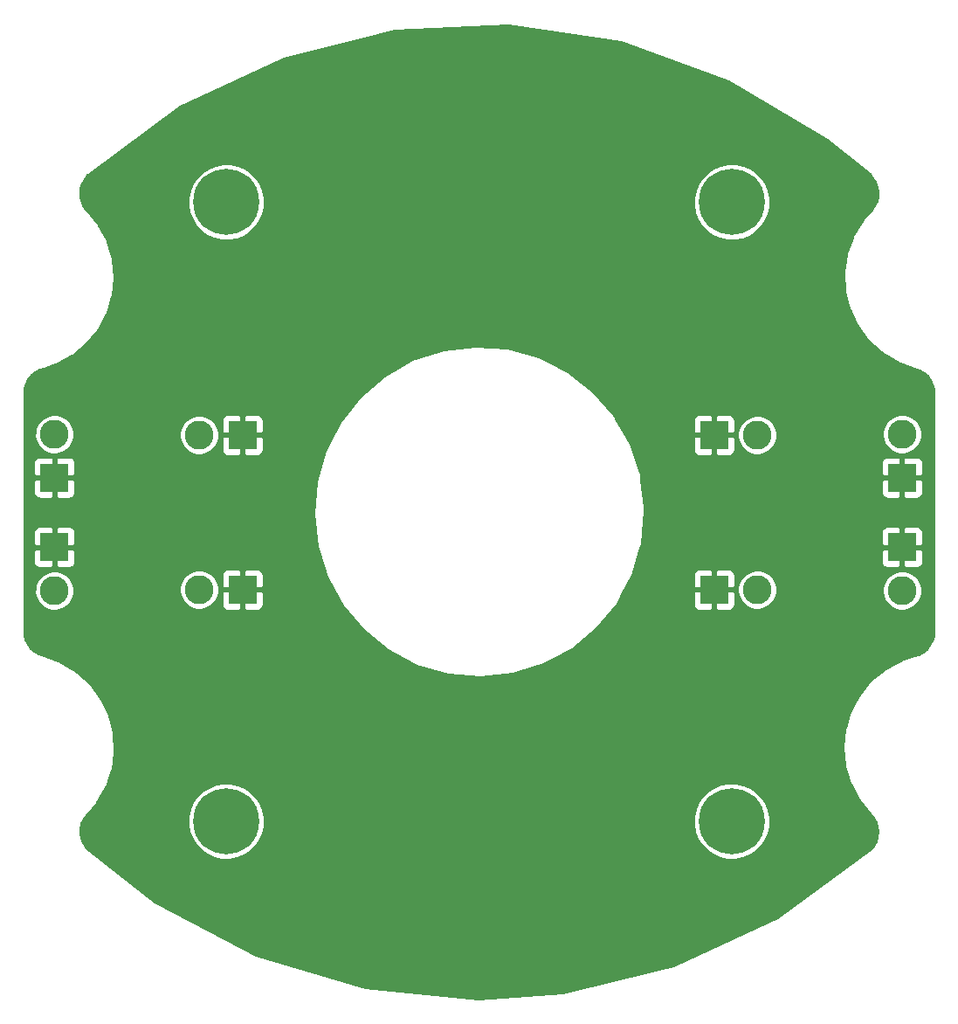
<source format=gbl>
G04 #@! TF.FileFunction,Copper,L4,Bot,Signal*
%FSLAX46Y46*%
G04 Gerber Fmt 4.6, Leading zero omitted, Abs format (unit mm)*
G04 Created by KiCad (PCBNEW 4.0.6) date Fri Jul 14 09:31:39 2017*
%MOMM*%
%LPD*%
G01*
G04 APERTURE LIST*
%ADD10C,0.100000*%
%ADD11C,6.400000*%
%ADD12R,2.800000X2.800000*%
%ADD13C,2.800000*%
%ADD14C,0.254000*%
G04 APERTURE END LIST*
D10*
D11*
X124001100Y-135003600D03*
X124001100Y-75003600D03*
X173001100Y-75003600D03*
X173001100Y-135003600D03*
D12*
X125569400Y-112574576D03*
D13*
X121369400Y-112574576D03*
D12*
X125569400Y-97588576D03*
D13*
X121369400Y-97588576D03*
D12*
X107340400Y-108454800D03*
D13*
X107340400Y-112654800D03*
D12*
X107340400Y-101710400D03*
D13*
X107340400Y-97510400D03*
D12*
X171289400Y-97588576D03*
D13*
X175489400Y-97588576D03*
D12*
X171289400Y-112574576D03*
D13*
X175489400Y-112574576D03*
D12*
X189518400Y-108454800D03*
D13*
X189518400Y-112654800D03*
D12*
X189518400Y-101710400D03*
D13*
X189518400Y-97510400D03*
D14*
G36*
X162307447Y-59540121D02*
X172725074Y-63269027D01*
X182232615Y-68957914D01*
X186357926Y-72322435D01*
X186686925Y-72681545D01*
X186932279Y-73085171D01*
X187094561Y-73528760D01*
X187167593Y-73995433D01*
X187148591Y-74467396D01*
X187038280Y-74926677D01*
X186840858Y-75355791D01*
X186551617Y-75755282D01*
X186470136Y-75842696D01*
X186464563Y-75849988D01*
X186457877Y-75856273D01*
X186452616Y-75862374D01*
X185656342Y-76798936D01*
X185630806Y-76835716D01*
X185603820Y-76871433D01*
X185599662Y-76878334D01*
X184743434Y-78321935D01*
X184721278Y-78369290D01*
X184698450Y-78416358D01*
X184695712Y-78423935D01*
X184136187Y-80006352D01*
X184123650Y-80057113D01*
X184110401Y-80107714D01*
X184109186Y-80115678D01*
X183867677Y-81776637D01*
X183865239Y-81828856D01*
X183862070Y-81881077D01*
X183862426Y-81889126D01*
X183948132Y-83565362D01*
X183955886Y-83617081D01*
X183962917Y-83668901D01*
X183964829Y-83676727D01*
X184374485Y-85304393D01*
X184392135Y-85353613D01*
X184409100Y-85403090D01*
X184412496Y-85410395D01*
X185130498Y-86927492D01*
X185157379Y-86972359D01*
X185183624Y-87017585D01*
X185188374Y-87024092D01*
X186187375Y-88372836D01*
X186222441Y-88411607D01*
X186256988Y-88450895D01*
X186262912Y-88456355D01*
X187504860Y-89585372D01*
X187546790Y-89616595D01*
X187588309Y-89648423D01*
X187595180Y-89652628D01*
X189032769Y-90518914D01*
X189079994Y-90541412D01*
X189126875Y-90564555D01*
X189134432Y-90567347D01*
X190712905Y-91137906D01*
X190712914Y-91137908D01*
X191210332Y-91317706D01*
X191614898Y-91561496D01*
X191964409Y-91879227D01*
X192245553Y-92258797D01*
X192447614Y-92685740D01*
X192564558Y-93150387D01*
X192592420Y-93524135D01*
X192592420Y-116572379D01*
X192543560Y-117070686D01*
X192407038Y-117522874D01*
X192185283Y-117939934D01*
X191886746Y-118305976D01*
X191522796Y-118607062D01*
X191101969Y-118834601D01*
X190712377Y-118964146D01*
X190712371Y-118964149D01*
X189473794Y-119374679D01*
X189431711Y-119393361D01*
X189388986Y-119410528D01*
X189381866Y-119414297D01*
X187903919Y-120209776D01*
X187860514Y-120238932D01*
X187816693Y-120267488D01*
X187810440Y-120272568D01*
X186515150Y-121339965D01*
X186478238Y-121376995D01*
X186440795Y-121413521D01*
X186435648Y-121419719D01*
X185372352Y-122718378D01*
X185343352Y-122761848D01*
X185313700Y-122804975D01*
X185309855Y-122812055D01*
X184519054Y-124292508D01*
X184499028Y-124340833D01*
X184478339Y-124388849D01*
X184475942Y-124396541D01*
X183987756Y-126002401D01*
X183977509Y-126053641D01*
X183966529Y-126104815D01*
X183965672Y-126112825D01*
X183798697Y-127782924D01*
X183798597Y-127835234D01*
X183797767Y-127887510D01*
X183798482Y-127895534D01*
X183959077Y-129566260D01*
X183969141Y-129617600D01*
X183978479Y-129669035D01*
X183980739Y-129676767D01*
X184462789Y-131284482D01*
X184482629Y-131332880D01*
X184501784Y-131381530D01*
X184505503Y-131388677D01*
X185290644Y-132872140D01*
X185319478Y-132915719D01*
X185347746Y-132959768D01*
X185352777Y-132966048D01*
X185352782Y-132966055D01*
X185352788Y-132966061D01*
X186411098Y-134268749D01*
X186411111Y-134268765D01*
X186744622Y-134679289D01*
X186965578Y-135096768D01*
X187101238Y-135549215D01*
X187146433Y-136019394D01*
X187099442Y-136489401D01*
X186962057Y-136941324D01*
X186739507Y-137357956D01*
X186427763Y-137738707D01*
X186351568Y-137810724D01*
X177393105Y-144338741D01*
X167355203Y-148994084D01*
X156596877Y-151612854D01*
X148508642Y-152174686D01*
X137485181Y-151119785D01*
X126885116Y-147946402D01*
X117096609Y-142771018D01*
X110671731Y-137827919D01*
X110346147Y-137475325D01*
X110099211Y-137072667D01*
X109935188Y-136629712D01*
X109860327Y-136163339D01*
X109877477Y-135691299D01*
X109965830Y-135316976D01*
X120269201Y-135316976D01*
X120401143Y-136035871D01*
X120670206Y-136715447D01*
X121066142Y-137329819D01*
X121573870Y-137855586D01*
X122174049Y-138272722D01*
X122843821Y-138565338D01*
X123557673Y-138722289D01*
X124288415Y-138737595D01*
X125008214Y-138610676D01*
X125689651Y-138346363D01*
X126306773Y-137954726D01*
X126836071Y-137450682D01*
X127257387Y-136853429D01*
X127554672Y-136185716D01*
X127716602Y-135472977D01*
X127718780Y-135316976D01*
X169269201Y-135316976D01*
X169401143Y-136035871D01*
X169670206Y-136715447D01*
X170066142Y-137329819D01*
X170573870Y-137855586D01*
X171174049Y-138272722D01*
X171843821Y-138565338D01*
X172557673Y-138722289D01*
X173288415Y-138737595D01*
X174008214Y-138610676D01*
X174689651Y-138346363D01*
X175306773Y-137954726D01*
X175836071Y-137450682D01*
X176257387Y-136853429D01*
X176554672Y-136185716D01*
X176716602Y-135472977D01*
X176728259Y-134638149D01*
X176586293Y-133921166D01*
X176307768Y-133245414D01*
X175903293Y-132636629D01*
X175388274Y-132118002D01*
X174782328Y-131709287D01*
X174108536Y-131426051D01*
X173392563Y-131279083D01*
X172661678Y-131273980D01*
X171943722Y-131410938D01*
X171266041Y-131684738D01*
X170654448Y-132084954D01*
X170132238Y-132596339D01*
X169719303Y-133199417D01*
X169431369Y-133871215D01*
X169279406Y-134586145D01*
X169269201Y-135316976D01*
X127718780Y-135316976D01*
X127728259Y-134638149D01*
X127586293Y-133921166D01*
X127307768Y-133245414D01*
X126903293Y-132636629D01*
X126388274Y-132118002D01*
X125782328Y-131709287D01*
X125108536Y-131426051D01*
X124392563Y-131279083D01*
X123661678Y-131273980D01*
X122943722Y-131410938D01*
X122266041Y-131684738D01*
X121654448Y-132084954D01*
X121132238Y-132596339D01*
X120719303Y-133199417D01*
X120431369Y-133871215D01*
X120279406Y-134586145D01*
X120269201Y-135316976D01*
X109965830Y-135316976D01*
X109985985Y-135231586D01*
X110181721Y-134801702D01*
X110468740Y-134401990D01*
X110565340Y-134298346D01*
X110571008Y-134290929D01*
X110577805Y-134284532D01*
X110583063Y-134278428D01*
X111428039Y-133283401D01*
X111454265Y-133245579D01*
X111481849Y-133208687D01*
X111485972Y-133201766D01*
X112334940Y-131753883D01*
X112356851Y-131706430D01*
X112379449Y-131659235D01*
X112382149Y-131651645D01*
X112933719Y-130066437D01*
X112946000Y-130015615D01*
X112958996Y-129964947D01*
X112960170Y-129956977D01*
X113193335Y-128294827D01*
X113195511Y-128242581D01*
X113198418Y-128190359D01*
X113198022Y-128182312D01*
X113103898Y-126506528D01*
X113095885Y-126454859D01*
X113088593Y-126403064D01*
X113086642Y-126395247D01*
X112668817Y-124769659D01*
X112650905Y-124720488D01*
X112633706Y-124671138D01*
X112630274Y-124663850D01*
X111904660Y-123150377D01*
X111877556Y-123105649D01*
X111851083Y-123060553D01*
X111846300Y-123054070D01*
X110840538Y-121710360D01*
X110805280Y-121671768D01*
X110770533Y-121632651D01*
X110764583Y-121627221D01*
X109516981Y-120504456D01*
X109474879Y-120473432D01*
X109433216Y-120441825D01*
X109426324Y-120437654D01*
X107984402Y-119578599D01*
X107937091Y-119556351D01*
X107890068Y-119533431D01*
X107882497Y-119530678D01*
X106301179Y-118968054D01*
X105802860Y-118790755D01*
X105397067Y-118548995D01*
X105045964Y-118233024D01*
X104762923Y-117854877D01*
X104558718Y-117428952D01*
X104439625Y-116965606D01*
X104409780Y-116578390D01*
X104409780Y-112816827D01*
X105410867Y-112816827D01*
X105479086Y-113188523D01*
X105618202Y-113539890D01*
X105822916Y-113857543D01*
X106085430Y-114129385D01*
X106395746Y-114345060D01*
X106742043Y-114496354D01*
X107111132Y-114577503D01*
X107488953Y-114585417D01*
X107861116Y-114519795D01*
X108213445Y-114383135D01*
X108532520Y-114180644D01*
X108806188Y-113920034D01*
X109024024Y-113611231D01*
X109177731Y-113265999D01*
X109261456Y-112897486D01*
X109263702Y-112736603D01*
X119439867Y-112736603D01*
X119508086Y-113108299D01*
X119647202Y-113459666D01*
X119851916Y-113777319D01*
X120114430Y-114049161D01*
X120424746Y-114264836D01*
X120771043Y-114416130D01*
X121140132Y-114497279D01*
X121517953Y-114505193D01*
X121890116Y-114439571D01*
X122242445Y-114302911D01*
X122561520Y-114100420D01*
X122835188Y-113839810D01*
X123053024Y-113531007D01*
X123206731Y-113185775D01*
X123280671Y-112860326D01*
X123534400Y-112860326D01*
X123534400Y-114037118D01*
X123558803Y-114159799D01*
X123606670Y-114275361D01*
X123676163Y-114379365D01*
X123764611Y-114467813D01*
X123868615Y-114537306D01*
X123984177Y-114585173D01*
X124106858Y-114609576D01*
X125283650Y-114609576D01*
X125442400Y-114450826D01*
X125442400Y-112701576D01*
X125696400Y-112701576D01*
X125696400Y-114450826D01*
X125855150Y-114609576D01*
X127031942Y-114609576D01*
X127154623Y-114585173D01*
X127270185Y-114537306D01*
X127374189Y-114467813D01*
X127462637Y-114379365D01*
X127532130Y-114275361D01*
X127579997Y-114159799D01*
X127604400Y-114037118D01*
X127604400Y-112860326D01*
X127445650Y-112701576D01*
X125696400Y-112701576D01*
X125442400Y-112701576D01*
X123693150Y-112701576D01*
X123534400Y-112860326D01*
X123280671Y-112860326D01*
X123290456Y-112817262D01*
X123296483Y-112385624D01*
X123223081Y-112014917D01*
X123079073Y-111665527D01*
X122869944Y-111350762D01*
X122632876Y-111112034D01*
X123534400Y-111112034D01*
X123534400Y-112288826D01*
X123693150Y-112447576D01*
X125442400Y-112447576D01*
X125442400Y-110698326D01*
X125696400Y-110698326D01*
X125696400Y-112447576D01*
X127445650Y-112447576D01*
X127604400Y-112288826D01*
X127604400Y-111112034D01*
X127579997Y-110989353D01*
X127532130Y-110873791D01*
X127462637Y-110769787D01*
X127374189Y-110681339D01*
X127270185Y-110611846D01*
X127154623Y-110563979D01*
X127031942Y-110539576D01*
X125855150Y-110539576D01*
X125696400Y-110698326D01*
X125442400Y-110698326D01*
X125283650Y-110539576D01*
X124106858Y-110539576D01*
X123984177Y-110563979D01*
X123868615Y-110611846D01*
X123764611Y-110681339D01*
X123676163Y-110769787D01*
X123606670Y-110873791D01*
X123558803Y-110989353D01*
X123534400Y-111112034D01*
X122632876Y-111112034D01*
X122603659Y-111082613D01*
X122290363Y-110871291D01*
X121941987Y-110724848D01*
X121571801Y-110648859D01*
X121193906Y-110646221D01*
X120822695Y-110717033D01*
X120472309Y-110858599D01*
X120156092Y-111065525D01*
X119886090Y-111329931D01*
X119672586Y-111641745D01*
X119523714Y-111989090D01*
X119445143Y-112358736D01*
X119439867Y-112736603D01*
X109263702Y-112736603D01*
X109267483Y-112465848D01*
X109194081Y-112095141D01*
X109050073Y-111745751D01*
X108840944Y-111430986D01*
X108574659Y-111162837D01*
X108261363Y-110951515D01*
X107912987Y-110805072D01*
X107542801Y-110729083D01*
X107164906Y-110726445D01*
X106793695Y-110797257D01*
X106443309Y-110938823D01*
X106127092Y-111145749D01*
X105857090Y-111410155D01*
X105643586Y-111721969D01*
X105494714Y-112069314D01*
X105416143Y-112438960D01*
X105410867Y-112816827D01*
X104409780Y-112816827D01*
X104409780Y-108740550D01*
X105305400Y-108740550D01*
X105305400Y-109917342D01*
X105329803Y-110040023D01*
X105377670Y-110155585D01*
X105447163Y-110259589D01*
X105535611Y-110348037D01*
X105639615Y-110417530D01*
X105755177Y-110465397D01*
X105877858Y-110489800D01*
X107054650Y-110489800D01*
X107213400Y-110331050D01*
X107213400Y-108581800D01*
X107467400Y-108581800D01*
X107467400Y-110331050D01*
X107626150Y-110489800D01*
X108802942Y-110489800D01*
X108925623Y-110465397D01*
X109041185Y-110417530D01*
X109145189Y-110348037D01*
X109233637Y-110259589D01*
X109303130Y-110155585D01*
X109350997Y-110040023D01*
X109375400Y-109917342D01*
X109375400Y-108740550D01*
X109216650Y-108581800D01*
X107467400Y-108581800D01*
X107213400Y-108581800D01*
X105464150Y-108581800D01*
X105305400Y-108740550D01*
X104409780Y-108740550D01*
X104409780Y-106992258D01*
X105305400Y-106992258D01*
X105305400Y-108169050D01*
X105464150Y-108327800D01*
X107213400Y-108327800D01*
X107213400Y-106578550D01*
X107467400Y-106578550D01*
X107467400Y-108327800D01*
X109216650Y-108327800D01*
X109375400Y-108169050D01*
X109375400Y-106992258D01*
X109350997Y-106869577D01*
X109303130Y-106754015D01*
X109233637Y-106650011D01*
X109145189Y-106561563D01*
X109041185Y-106492070D01*
X108925623Y-106444203D01*
X108802942Y-106419800D01*
X107626150Y-106419800D01*
X107467400Y-106578550D01*
X107213400Y-106578550D01*
X107054650Y-106419800D01*
X105877858Y-106419800D01*
X105755177Y-106444203D01*
X105639615Y-106492070D01*
X105535611Y-106561563D01*
X105447163Y-106650011D01*
X105377670Y-106754015D01*
X105329803Y-106869577D01*
X105305400Y-106992258D01*
X104409780Y-106992258D01*
X104409780Y-105228070D01*
X132425667Y-105228070D01*
X132775421Y-108346196D01*
X133724161Y-111337004D01*
X135235750Y-114086575D01*
X137252612Y-116490177D01*
X139697926Y-118456260D01*
X142478550Y-119909935D01*
X145488571Y-120795832D01*
X148613338Y-121080208D01*
X151733830Y-120752231D01*
X154731188Y-119824394D01*
X157491244Y-118332037D01*
X159908869Y-116332004D01*
X161891975Y-113900476D01*
X162445032Y-112860326D01*
X169254400Y-112860326D01*
X169254400Y-114037118D01*
X169278803Y-114159799D01*
X169326670Y-114275361D01*
X169396163Y-114379365D01*
X169484611Y-114467813D01*
X169588615Y-114537306D01*
X169704177Y-114585173D01*
X169826858Y-114609576D01*
X171003650Y-114609576D01*
X171162400Y-114450826D01*
X171162400Y-112701576D01*
X171416400Y-112701576D01*
X171416400Y-114450826D01*
X171575150Y-114609576D01*
X172751942Y-114609576D01*
X172874623Y-114585173D01*
X172990185Y-114537306D01*
X173094189Y-114467813D01*
X173182637Y-114379365D01*
X173252130Y-114275361D01*
X173299997Y-114159799D01*
X173324400Y-114037118D01*
X173324400Y-112860326D01*
X173200677Y-112736603D01*
X173559867Y-112736603D01*
X173628086Y-113108299D01*
X173767202Y-113459666D01*
X173971916Y-113777319D01*
X174234430Y-114049161D01*
X174544746Y-114264836D01*
X174891043Y-114416130D01*
X175260132Y-114497279D01*
X175637953Y-114505193D01*
X176010116Y-114439571D01*
X176362445Y-114302911D01*
X176681520Y-114100420D01*
X176955188Y-113839810D01*
X177173024Y-113531007D01*
X177326731Y-113185775D01*
X177410456Y-112817262D01*
X177410462Y-112816827D01*
X187588867Y-112816827D01*
X187657086Y-113188523D01*
X187796202Y-113539890D01*
X188000916Y-113857543D01*
X188263430Y-114129385D01*
X188573746Y-114345060D01*
X188920043Y-114496354D01*
X189289132Y-114577503D01*
X189666953Y-114585417D01*
X190039116Y-114519795D01*
X190391445Y-114383135D01*
X190710520Y-114180644D01*
X190984188Y-113920034D01*
X191202024Y-113611231D01*
X191355731Y-113265999D01*
X191439456Y-112897486D01*
X191445483Y-112465848D01*
X191372081Y-112095141D01*
X191228073Y-111745751D01*
X191018944Y-111430986D01*
X190752659Y-111162837D01*
X190439363Y-110951515D01*
X190090987Y-110805072D01*
X189720801Y-110729083D01*
X189342906Y-110726445D01*
X188971695Y-110797257D01*
X188621309Y-110938823D01*
X188305092Y-111145749D01*
X188035090Y-111410155D01*
X187821586Y-111721969D01*
X187672714Y-112069314D01*
X187594143Y-112438960D01*
X187588867Y-112816827D01*
X177410462Y-112816827D01*
X177416483Y-112385624D01*
X177343081Y-112014917D01*
X177199073Y-111665527D01*
X176989944Y-111350762D01*
X176723659Y-111082613D01*
X176410363Y-110871291D01*
X176061987Y-110724848D01*
X175691801Y-110648859D01*
X175313906Y-110646221D01*
X174942695Y-110717033D01*
X174592309Y-110858599D01*
X174276092Y-111065525D01*
X174006090Y-111329931D01*
X173792586Y-111641745D01*
X173643714Y-111989090D01*
X173565143Y-112358736D01*
X173559867Y-112736603D01*
X173200677Y-112736603D01*
X173165650Y-112701576D01*
X171416400Y-112701576D01*
X171162400Y-112701576D01*
X169413150Y-112701576D01*
X169254400Y-112860326D01*
X162445032Y-112860326D01*
X163365027Y-111130068D01*
X163370471Y-111112034D01*
X169254400Y-111112034D01*
X169254400Y-112288826D01*
X169413150Y-112447576D01*
X171162400Y-112447576D01*
X171162400Y-110698326D01*
X171416400Y-110698326D01*
X171416400Y-112447576D01*
X173165650Y-112447576D01*
X173324400Y-112288826D01*
X173324400Y-111112034D01*
X173299997Y-110989353D01*
X173252130Y-110873791D01*
X173182637Y-110769787D01*
X173094189Y-110681339D01*
X172990185Y-110611846D01*
X172874623Y-110563979D01*
X172751942Y-110539576D01*
X171575150Y-110539576D01*
X171416400Y-110698326D01*
X171162400Y-110698326D01*
X171003650Y-110539576D01*
X169826858Y-110539576D01*
X169704177Y-110563979D01*
X169588615Y-110611846D01*
X169484611Y-110681339D01*
X169396163Y-110769787D01*
X169326670Y-110873791D01*
X169278803Y-110989353D01*
X169254400Y-111112034D01*
X163370471Y-111112034D01*
X164086464Y-108740550D01*
X187483400Y-108740550D01*
X187483400Y-109917342D01*
X187507803Y-110040023D01*
X187555670Y-110155585D01*
X187625163Y-110259589D01*
X187713611Y-110348037D01*
X187817615Y-110417530D01*
X187933177Y-110465397D01*
X188055858Y-110489800D01*
X189232650Y-110489800D01*
X189391400Y-110331050D01*
X189391400Y-108581800D01*
X189645400Y-108581800D01*
X189645400Y-110331050D01*
X189804150Y-110489800D01*
X190980942Y-110489800D01*
X191103623Y-110465397D01*
X191219185Y-110417530D01*
X191323189Y-110348037D01*
X191411637Y-110259589D01*
X191481130Y-110155585D01*
X191528997Y-110040023D01*
X191553400Y-109917342D01*
X191553400Y-108740550D01*
X191394650Y-108581800D01*
X189645400Y-108581800D01*
X189391400Y-108581800D01*
X187642150Y-108581800D01*
X187483400Y-108740550D01*
X164086464Y-108740550D01*
X164271916Y-108126306D01*
X164383110Y-106992258D01*
X187483400Y-106992258D01*
X187483400Y-108169050D01*
X187642150Y-108327800D01*
X189391400Y-108327800D01*
X189391400Y-106578550D01*
X189645400Y-106578550D01*
X189645400Y-108327800D01*
X191394650Y-108327800D01*
X191553400Y-108169050D01*
X191553400Y-106992258D01*
X191528997Y-106869577D01*
X191481130Y-106754015D01*
X191411637Y-106650011D01*
X191323189Y-106561563D01*
X191219185Y-106492070D01*
X191103623Y-106444203D01*
X190980942Y-106419800D01*
X189804150Y-106419800D01*
X189645400Y-106578550D01*
X189391400Y-106578550D01*
X189232650Y-106419800D01*
X188055858Y-106419800D01*
X187933177Y-106444203D01*
X187817615Y-106492070D01*
X187713611Y-106561563D01*
X187625163Y-106650011D01*
X187555670Y-106754015D01*
X187507803Y-106869577D01*
X187483400Y-106992258D01*
X164383110Y-106992258D01*
X164578100Y-105003600D01*
X164571832Y-104554704D01*
X164248612Y-101996150D01*
X187483400Y-101996150D01*
X187483400Y-103172942D01*
X187507803Y-103295623D01*
X187555670Y-103411185D01*
X187625163Y-103515189D01*
X187713611Y-103603637D01*
X187817615Y-103673130D01*
X187933177Y-103720997D01*
X188055858Y-103745400D01*
X189232650Y-103745400D01*
X189391400Y-103586650D01*
X189391400Y-101837400D01*
X189645400Y-101837400D01*
X189645400Y-103586650D01*
X189804150Y-103745400D01*
X190980942Y-103745400D01*
X191103623Y-103720997D01*
X191219185Y-103673130D01*
X191323189Y-103603637D01*
X191411637Y-103515189D01*
X191481130Y-103411185D01*
X191528997Y-103295623D01*
X191553400Y-103172942D01*
X191553400Y-101996150D01*
X191394650Y-101837400D01*
X189645400Y-101837400D01*
X189391400Y-101837400D01*
X187642150Y-101837400D01*
X187483400Y-101996150D01*
X164248612Y-101996150D01*
X164178576Y-101441765D01*
X163781416Y-100247858D01*
X187483400Y-100247858D01*
X187483400Y-101424650D01*
X187642150Y-101583400D01*
X189391400Y-101583400D01*
X189391400Y-99834150D01*
X189645400Y-99834150D01*
X189645400Y-101583400D01*
X191394650Y-101583400D01*
X191553400Y-101424650D01*
X191553400Y-100247858D01*
X191528997Y-100125177D01*
X191481130Y-100009615D01*
X191411637Y-99905611D01*
X191323189Y-99817163D01*
X191219185Y-99747670D01*
X191103623Y-99699803D01*
X190980942Y-99675400D01*
X189804150Y-99675400D01*
X189645400Y-99834150D01*
X189391400Y-99834150D01*
X189232650Y-99675400D01*
X188055858Y-99675400D01*
X187933177Y-99699803D01*
X187817615Y-99747670D01*
X187713611Y-99817163D01*
X187625163Y-99905611D01*
X187555670Y-100009615D01*
X187507803Y-100125177D01*
X187483400Y-100247858D01*
X163781416Y-100247858D01*
X163188170Y-98464495D01*
X162852908Y-97874326D01*
X169254400Y-97874326D01*
X169254400Y-99051118D01*
X169278803Y-99173799D01*
X169326670Y-99289361D01*
X169396163Y-99393365D01*
X169484611Y-99481813D01*
X169588615Y-99551306D01*
X169704177Y-99599173D01*
X169826858Y-99623576D01*
X171003650Y-99623576D01*
X171162400Y-99464826D01*
X171162400Y-97715576D01*
X171416400Y-97715576D01*
X171416400Y-99464826D01*
X171575150Y-99623576D01*
X172751942Y-99623576D01*
X172874623Y-99599173D01*
X172990185Y-99551306D01*
X173094189Y-99481813D01*
X173182637Y-99393365D01*
X173252130Y-99289361D01*
X173299997Y-99173799D01*
X173324400Y-99051118D01*
X173324400Y-97874326D01*
X173200677Y-97750603D01*
X173559867Y-97750603D01*
X173628086Y-98122299D01*
X173767202Y-98473666D01*
X173971916Y-98791319D01*
X174234430Y-99063161D01*
X174544746Y-99278836D01*
X174891043Y-99430130D01*
X175260132Y-99511279D01*
X175637953Y-99519193D01*
X176010116Y-99453571D01*
X176362445Y-99316911D01*
X176681520Y-99114420D01*
X176955188Y-98853810D01*
X177173024Y-98545007D01*
X177326731Y-98199775D01*
X177410456Y-97831262D01*
X177412673Y-97672427D01*
X187588867Y-97672427D01*
X187657086Y-98044123D01*
X187796202Y-98395490D01*
X188000916Y-98713143D01*
X188263430Y-98984985D01*
X188573746Y-99200660D01*
X188920043Y-99351954D01*
X189289132Y-99433103D01*
X189666953Y-99441017D01*
X190039116Y-99375395D01*
X190391445Y-99238735D01*
X190710520Y-99036244D01*
X190984188Y-98775634D01*
X191202024Y-98466831D01*
X191355731Y-98121599D01*
X191439456Y-97753086D01*
X191445483Y-97321448D01*
X191372081Y-96950741D01*
X191228073Y-96601351D01*
X191018944Y-96286586D01*
X190752659Y-96018437D01*
X190439363Y-95807115D01*
X190090987Y-95660672D01*
X189720801Y-95584683D01*
X189342906Y-95582045D01*
X188971695Y-95652857D01*
X188621309Y-95794423D01*
X188305092Y-96001349D01*
X188035090Y-96265755D01*
X187821586Y-96577569D01*
X187672714Y-96924914D01*
X187594143Y-97294560D01*
X187588867Y-97672427D01*
X177412673Y-97672427D01*
X177416483Y-97399624D01*
X177343081Y-97028917D01*
X177199073Y-96679527D01*
X176989944Y-96364762D01*
X176723659Y-96096613D01*
X176410363Y-95885291D01*
X176061987Y-95738848D01*
X175691801Y-95662859D01*
X175313906Y-95660221D01*
X174942695Y-95731033D01*
X174592309Y-95872599D01*
X174276092Y-96079525D01*
X174006090Y-96343931D01*
X173792586Y-96655745D01*
X173643714Y-97003090D01*
X173565143Y-97372736D01*
X173559867Y-97750603D01*
X173200677Y-97750603D01*
X173165650Y-97715576D01*
X171416400Y-97715576D01*
X171162400Y-97715576D01*
X169413150Y-97715576D01*
X169254400Y-97874326D01*
X162852908Y-97874326D01*
X161859740Y-96126034D01*
X169254400Y-96126034D01*
X169254400Y-97302826D01*
X169413150Y-97461576D01*
X171162400Y-97461576D01*
X171162400Y-95712326D01*
X171416400Y-95712326D01*
X171416400Y-97461576D01*
X173165650Y-97461576D01*
X173324400Y-97302826D01*
X173324400Y-96126034D01*
X173299997Y-96003353D01*
X173252130Y-95887791D01*
X173182637Y-95783787D01*
X173094189Y-95695339D01*
X172990185Y-95625846D01*
X172874623Y-95577979D01*
X172751942Y-95553576D01*
X171575150Y-95553576D01*
X171416400Y-95712326D01*
X171162400Y-95712326D01*
X171003650Y-95553576D01*
X169826858Y-95553576D01*
X169704177Y-95577979D01*
X169588615Y-95625846D01*
X169484611Y-95695339D01*
X169396163Y-95783787D01*
X169326670Y-95887791D01*
X169278803Y-96003353D01*
X169254400Y-96126034D01*
X161859740Y-96126034D01*
X161638339Y-95736298D01*
X159588113Y-93361089D01*
X157115587Y-91429340D01*
X154314938Y-90014630D01*
X151292842Y-89170846D01*
X148164409Y-88930126D01*
X145048800Y-89301640D01*
X142064689Y-90271236D01*
X139325738Y-91801984D01*
X136936274Y-93835577D01*
X134987311Y-96294557D01*
X133553083Y-99085262D01*
X132688221Y-102101394D01*
X132425667Y-105228070D01*
X104409780Y-105228070D01*
X104409780Y-101996150D01*
X105305400Y-101996150D01*
X105305400Y-103172942D01*
X105329803Y-103295623D01*
X105377670Y-103411185D01*
X105447163Y-103515189D01*
X105535611Y-103603637D01*
X105639615Y-103673130D01*
X105755177Y-103720997D01*
X105877858Y-103745400D01*
X107054650Y-103745400D01*
X107213400Y-103586650D01*
X107213400Y-101837400D01*
X107467400Y-101837400D01*
X107467400Y-103586650D01*
X107626150Y-103745400D01*
X108802942Y-103745400D01*
X108925623Y-103720997D01*
X109041185Y-103673130D01*
X109145189Y-103603637D01*
X109233637Y-103515189D01*
X109303130Y-103411185D01*
X109350997Y-103295623D01*
X109375400Y-103172942D01*
X109375400Y-101996150D01*
X109216650Y-101837400D01*
X107467400Y-101837400D01*
X107213400Y-101837400D01*
X105464150Y-101837400D01*
X105305400Y-101996150D01*
X104409780Y-101996150D01*
X104409780Y-100247858D01*
X105305400Y-100247858D01*
X105305400Y-101424650D01*
X105464150Y-101583400D01*
X107213400Y-101583400D01*
X107213400Y-99834150D01*
X107467400Y-99834150D01*
X107467400Y-101583400D01*
X109216650Y-101583400D01*
X109375400Y-101424650D01*
X109375400Y-100247858D01*
X109350997Y-100125177D01*
X109303130Y-100009615D01*
X109233637Y-99905611D01*
X109145189Y-99817163D01*
X109041185Y-99747670D01*
X108925623Y-99699803D01*
X108802942Y-99675400D01*
X107626150Y-99675400D01*
X107467400Y-99834150D01*
X107213400Y-99834150D01*
X107054650Y-99675400D01*
X105877858Y-99675400D01*
X105755177Y-99699803D01*
X105639615Y-99747670D01*
X105535611Y-99817163D01*
X105447163Y-99905611D01*
X105377670Y-100009615D01*
X105329803Y-100125177D01*
X105305400Y-100247858D01*
X104409780Y-100247858D01*
X104409780Y-97672427D01*
X105410867Y-97672427D01*
X105479086Y-98044123D01*
X105618202Y-98395490D01*
X105822916Y-98713143D01*
X106085430Y-98984985D01*
X106395746Y-99200660D01*
X106742043Y-99351954D01*
X107111132Y-99433103D01*
X107488953Y-99441017D01*
X107861116Y-99375395D01*
X108213445Y-99238735D01*
X108532520Y-99036244D01*
X108806188Y-98775634D01*
X109024024Y-98466831D01*
X109177731Y-98121599D01*
X109261456Y-97753086D01*
X109261490Y-97750603D01*
X119439867Y-97750603D01*
X119508086Y-98122299D01*
X119647202Y-98473666D01*
X119851916Y-98791319D01*
X120114430Y-99063161D01*
X120424746Y-99278836D01*
X120771043Y-99430130D01*
X121140132Y-99511279D01*
X121517953Y-99519193D01*
X121890116Y-99453571D01*
X122242445Y-99316911D01*
X122561520Y-99114420D01*
X122835188Y-98853810D01*
X123053024Y-98545007D01*
X123206731Y-98199775D01*
X123280671Y-97874326D01*
X123534400Y-97874326D01*
X123534400Y-99051118D01*
X123558803Y-99173799D01*
X123606670Y-99289361D01*
X123676163Y-99393365D01*
X123764611Y-99481813D01*
X123868615Y-99551306D01*
X123984177Y-99599173D01*
X124106858Y-99623576D01*
X125283650Y-99623576D01*
X125442400Y-99464826D01*
X125442400Y-97715576D01*
X125696400Y-97715576D01*
X125696400Y-99464826D01*
X125855150Y-99623576D01*
X127031942Y-99623576D01*
X127154623Y-99599173D01*
X127270185Y-99551306D01*
X127374189Y-99481813D01*
X127462637Y-99393365D01*
X127532130Y-99289361D01*
X127579997Y-99173799D01*
X127604400Y-99051118D01*
X127604400Y-97874326D01*
X127445650Y-97715576D01*
X125696400Y-97715576D01*
X125442400Y-97715576D01*
X123693150Y-97715576D01*
X123534400Y-97874326D01*
X123280671Y-97874326D01*
X123290456Y-97831262D01*
X123296483Y-97399624D01*
X123223081Y-97028917D01*
X123079073Y-96679527D01*
X122869944Y-96364762D01*
X122632876Y-96126034D01*
X123534400Y-96126034D01*
X123534400Y-97302826D01*
X123693150Y-97461576D01*
X125442400Y-97461576D01*
X125442400Y-95712326D01*
X125696400Y-95712326D01*
X125696400Y-97461576D01*
X127445650Y-97461576D01*
X127604400Y-97302826D01*
X127604400Y-96126034D01*
X127579997Y-96003353D01*
X127532130Y-95887791D01*
X127462637Y-95783787D01*
X127374189Y-95695339D01*
X127270185Y-95625846D01*
X127154623Y-95577979D01*
X127031942Y-95553576D01*
X125855150Y-95553576D01*
X125696400Y-95712326D01*
X125442400Y-95712326D01*
X125283650Y-95553576D01*
X124106858Y-95553576D01*
X123984177Y-95577979D01*
X123868615Y-95625846D01*
X123764611Y-95695339D01*
X123676163Y-95783787D01*
X123606670Y-95887791D01*
X123558803Y-96003353D01*
X123534400Y-96126034D01*
X122632876Y-96126034D01*
X122603659Y-96096613D01*
X122290363Y-95885291D01*
X121941987Y-95738848D01*
X121571801Y-95662859D01*
X121193906Y-95660221D01*
X120822695Y-95731033D01*
X120472309Y-95872599D01*
X120156092Y-96079525D01*
X119886090Y-96343931D01*
X119672586Y-96655745D01*
X119523714Y-97003090D01*
X119445143Y-97372736D01*
X119439867Y-97750603D01*
X109261490Y-97750603D01*
X109267483Y-97321448D01*
X109194081Y-96950741D01*
X109050073Y-96601351D01*
X108840944Y-96286586D01*
X108574659Y-96018437D01*
X108261363Y-95807115D01*
X107912987Y-95660672D01*
X107542801Y-95584683D01*
X107164906Y-95582045D01*
X106793695Y-95652857D01*
X106443309Y-95794423D01*
X106127092Y-96001349D01*
X105857090Y-96265755D01*
X105643586Y-96577569D01*
X105494714Y-96924914D01*
X105416143Y-97294560D01*
X105410867Y-97672427D01*
X104409780Y-97672427D01*
X104409780Y-93530890D01*
X104458640Y-93032569D01*
X104595163Y-92580385D01*
X104816916Y-92163329D01*
X105115454Y-91797285D01*
X105479404Y-91496198D01*
X105900872Y-91268312D01*
X106275875Y-91142571D01*
X107441663Y-90755409D01*
X107482558Y-90737226D01*
X107524179Y-90720688D01*
X107531314Y-90716946D01*
X109012312Y-89927162D01*
X109055827Y-89898174D01*
X109099759Y-89869786D01*
X109106031Y-89864730D01*
X110405420Y-88802326D01*
X110442451Y-88765462D01*
X110480058Y-88729057D01*
X110485228Y-88722879D01*
X111553516Y-87428323D01*
X111582709Y-87384928D01*
X111612500Y-87341952D01*
X111616372Y-87334888D01*
X112412867Y-85857488D01*
X112433064Y-85809276D01*
X112453952Y-85761305D01*
X112456379Y-85753623D01*
X112950743Y-84149653D01*
X112961195Y-84098417D01*
X112972363Y-84047323D01*
X112973251Y-84039316D01*
X113146654Y-82369871D01*
X113146955Y-82317588D01*
X113147987Y-82265289D01*
X113147303Y-82257262D01*
X112993140Y-80585931D01*
X112983279Y-80534578D01*
X112974134Y-80483082D01*
X112971904Y-80475341D01*
X112496047Y-78865784D01*
X112476411Y-78817355D01*
X112457426Y-78768585D01*
X112453734Y-78761424D01*
X111674308Y-77274949D01*
X111645612Y-77231214D01*
X111617544Y-77187104D01*
X111612532Y-77180796D01*
X110559226Y-75874021D01*
X110559220Y-75874015D01*
X110227297Y-75462218D01*
X110151141Y-75316976D01*
X120269201Y-75316976D01*
X120401143Y-76035871D01*
X120670206Y-76715447D01*
X121066142Y-77329819D01*
X121573870Y-77855586D01*
X122174049Y-78272722D01*
X122843821Y-78565338D01*
X123557673Y-78722289D01*
X124288415Y-78737595D01*
X125008214Y-78610676D01*
X125689651Y-78346363D01*
X126306773Y-77954726D01*
X126836071Y-77450682D01*
X127257387Y-76853429D01*
X127554672Y-76185716D01*
X127716602Y-75472977D01*
X127718780Y-75316976D01*
X169269201Y-75316976D01*
X169401143Y-76035871D01*
X169670206Y-76715447D01*
X170066142Y-77329819D01*
X170573870Y-77855586D01*
X171174049Y-78272722D01*
X171843821Y-78565338D01*
X172557673Y-78722289D01*
X173288415Y-78737595D01*
X174008214Y-78610676D01*
X174689651Y-78346363D01*
X175306773Y-77954726D01*
X175836071Y-77450682D01*
X176257387Y-76853429D01*
X176554672Y-76185716D01*
X176716602Y-75472977D01*
X176728259Y-74638149D01*
X176586293Y-73921166D01*
X176307768Y-73245414D01*
X175903293Y-72636629D01*
X175388274Y-72118002D01*
X174782328Y-71709287D01*
X174108536Y-71426051D01*
X173392563Y-71279083D01*
X172661678Y-71273980D01*
X171943722Y-71410938D01*
X171266041Y-71684738D01*
X170654448Y-72084954D01*
X170132238Y-72596339D01*
X169719303Y-73199417D01*
X169431369Y-73871215D01*
X169279406Y-74586145D01*
X169269201Y-75316976D01*
X127718780Y-75316976D01*
X127728259Y-74638149D01*
X127586293Y-73921166D01*
X127307768Y-73245414D01*
X126903293Y-72636629D01*
X126388274Y-72118002D01*
X125782328Y-71709287D01*
X125108536Y-71426051D01*
X124392563Y-71279083D01*
X123661678Y-71273980D01*
X122943722Y-71410938D01*
X122266041Y-71684738D01*
X121654448Y-72084954D01*
X121132238Y-72596339D01*
X120719303Y-73199417D01*
X120431369Y-73871215D01*
X120279406Y-74586145D01*
X120269201Y-75316976D01*
X110151141Y-75316976D01*
X110007950Y-75043891D01*
X109874033Y-74590924D01*
X109830647Y-74120572D01*
X109879446Y-73650759D01*
X110018573Y-73199360D01*
X110242724Y-72783588D01*
X110556643Y-72403180D01*
X110617538Y-72345617D01*
X119551221Y-65781835D01*
X129570782Y-61087140D01*
X140311386Y-58427998D01*
X151363943Y-57905693D01*
X162307447Y-59540121D01*
X162307447Y-59540121D01*
G37*
X162307447Y-59540121D02*
X172725074Y-63269027D01*
X182232615Y-68957914D01*
X186357926Y-72322435D01*
X186686925Y-72681545D01*
X186932279Y-73085171D01*
X187094561Y-73528760D01*
X187167593Y-73995433D01*
X187148591Y-74467396D01*
X187038280Y-74926677D01*
X186840858Y-75355791D01*
X186551617Y-75755282D01*
X186470136Y-75842696D01*
X186464563Y-75849988D01*
X186457877Y-75856273D01*
X186452616Y-75862374D01*
X185656342Y-76798936D01*
X185630806Y-76835716D01*
X185603820Y-76871433D01*
X185599662Y-76878334D01*
X184743434Y-78321935D01*
X184721278Y-78369290D01*
X184698450Y-78416358D01*
X184695712Y-78423935D01*
X184136187Y-80006352D01*
X184123650Y-80057113D01*
X184110401Y-80107714D01*
X184109186Y-80115678D01*
X183867677Y-81776637D01*
X183865239Y-81828856D01*
X183862070Y-81881077D01*
X183862426Y-81889126D01*
X183948132Y-83565362D01*
X183955886Y-83617081D01*
X183962917Y-83668901D01*
X183964829Y-83676727D01*
X184374485Y-85304393D01*
X184392135Y-85353613D01*
X184409100Y-85403090D01*
X184412496Y-85410395D01*
X185130498Y-86927492D01*
X185157379Y-86972359D01*
X185183624Y-87017585D01*
X185188374Y-87024092D01*
X186187375Y-88372836D01*
X186222441Y-88411607D01*
X186256988Y-88450895D01*
X186262912Y-88456355D01*
X187504860Y-89585372D01*
X187546790Y-89616595D01*
X187588309Y-89648423D01*
X187595180Y-89652628D01*
X189032769Y-90518914D01*
X189079994Y-90541412D01*
X189126875Y-90564555D01*
X189134432Y-90567347D01*
X190712905Y-91137906D01*
X190712914Y-91137908D01*
X191210332Y-91317706D01*
X191614898Y-91561496D01*
X191964409Y-91879227D01*
X192245553Y-92258797D01*
X192447614Y-92685740D01*
X192564558Y-93150387D01*
X192592420Y-93524135D01*
X192592420Y-116572379D01*
X192543560Y-117070686D01*
X192407038Y-117522874D01*
X192185283Y-117939934D01*
X191886746Y-118305976D01*
X191522796Y-118607062D01*
X191101969Y-118834601D01*
X190712377Y-118964146D01*
X190712371Y-118964149D01*
X189473794Y-119374679D01*
X189431711Y-119393361D01*
X189388986Y-119410528D01*
X189381866Y-119414297D01*
X187903919Y-120209776D01*
X187860514Y-120238932D01*
X187816693Y-120267488D01*
X187810440Y-120272568D01*
X186515150Y-121339965D01*
X186478238Y-121376995D01*
X186440795Y-121413521D01*
X186435648Y-121419719D01*
X185372352Y-122718378D01*
X185343352Y-122761848D01*
X185313700Y-122804975D01*
X185309855Y-122812055D01*
X184519054Y-124292508D01*
X184499028Y-124340833D01*
X184478339Y-124388849D01*
X184475942Y-124396541D01*
X183987756Y-126002401D01*
X183977509Y-126053641D01*
X183966529Y-126104815D01*
X183965672Y-126112825D01*
X183798697Y-127782924D01*
X183798597Y-127835234D01*
X183797767Y-127887510D01*
X183798482Y-127895534D01*
X183959077Y-129566260D01*
X183969141Y-129617600D01*
X183978479Y-129669035D01*
X183980739Y-129676767D01*
X184462789Y-131284482D01*
X184482629Y-131332880D01*
X184501784Y-131381530D01*
X184505503Y-131388677D01*
X185290644Y-132872140D01*
X185319478Y-132915719D01*
X185347746Y-132959768D01*
X185352777Y-132966048D01*
X185352782Y-132966055D01*
X185352788Y-132966061D01*
X186411098Y-134268749D01*
X186411111Y-134268765D01*
X186744622Y-134679289D01*
X186965578Y-135096768D01*
X187101238Y-135549215D01*
X187146433Y-136019394D01*
X187099442Y-136489401D01*
X186962057Y-136941324D01*
X186739507Y-137357956D01*
X186427763Y-137738707D01*
X186351568Y-137810724D01*
X177393105Y-144338741D01*
X167355203Y-148994084D01*
X156596877Y-151612854D01*
X148508642Y-152174686D01*
X137485181Y-151119785D01*
X126885116Y-147946402D01*
X117096609Y-142771018D01*
X110671731Y-137827919D01*
X110346147Y-137475325D01*
X110099211Y-137072667D01*
X109935188Y-136629712D01*
X109860327Y-136163339D01*
X109877477Y-135691299D01*
X109965830Y-135316976D01*
X120269201Y-135316976D01*
X120401143Y-136035871D01*
X120670206Y-136715447D01*
X121066142Y-137329819D01*
X121573870Y-137855586D01*
X122174049Y-138272722D01*
X122843821Y-138565338D01*
X123557673Y-138722289D01*
X124288415Y-138737595D01*
X125008214Y-138610676D01*
X125689651Y-138346363D01*
X126306773Y-137954726D01*
X126836071Y-137450682D01*
X127257387Y-136853429D01*
X127554672Y-136185716D01*
X127716602Y-135472977D01*
X127718780Y-135316976D01*
X169269201Y-135316976D01*
X169401143Y-136035871D01*
X169670206Y-136715447D01*
X170066142Y-137329819D01*
X170573870Y-137855586D01*
X171174049Y-138272722D01*
X171843821Y-138565338D01*
X172557673Y-138722289D01*
X173288415Y-138737595D01*
X174008214Y-138610676D01*
X174689651Y-138346363D01*
X175306773Y-137954726D01*
X175836071Y-137450682D01*
X176257387Y-136853429D01*
X176554672Y-136185716D01*
X176716602Y-135472977D01*
X176728259Y-134638149D01*
X176586293Y-133921166D01*
X176307768Y-133245414D01*
X175903293Y-132636629D01*
X175388274Y-132118002D01*
X174782328Y-131709287D01*
X174108536Y-131426051D01*
X173392563Y-131279083D01*
X172661678Y-131273980D01*
X171943722Y-131410938D01*
X171266041Y-131684738D01*
X170654448Y-132084954D01*
X170132238Y-132596339D01*
X169719303Y-133199417D01*
X169431369Y-133871215D01*
X169279406Y-134586145D01*
X169269201Y-135316976D01*
X127718780Y-135316976D01*
X127728259Y-134638149D01*
X127586293Y-133921166D01*
X127307768Y-133245414D01*
X126903293Y-132636629D01*
X126388274Y-132118002D01*
X125782328Y-131709287D01*
X125108536Y-131426051D01*
X124392563Y-131279083D01*
X123661678Y-131273980D01*
X122943722Y-131410938D01*
X122266041Y-131684738D01*
X121654448Y-132084954D01*
X121132238Y-132596339D01*
X120719303Y-133199417D01*
X120431369Y-133871215D01*
X120279406Y-134586145D01*
X120269201Y-135316976D01*
X109965830Y-135316976D01*
X109985985Y-135231586D01*
X110181721Y-134801702D01*
X110468740Y-134401990D01*
X110565340Y-134298346D01*
X110571008Y-134290929D01*
X110577805Y-134284532D01*
X110583063Y-134278428D01*
X111428039Y-133283401D01*
X111454265Y-133245579D01*
X111481849Y-133208687D01*
X111485972Y-133201766D01*
X112334940Y-131753883D01*
X112356851Y-131706430D01*
X112379449Y-131659235D01*
X112382149Y-131651645D01*
X112933719Y-130066437D01*
X112946000Y-130015615D01*
X112958996Y-129964947D01*
X112960170Y-129956977D01*
X113193335Y-128294827D01*
X113195511Y-128242581D01*
X113198418Y-128190359D01*
X113198022Y-128182312D01*
X113103898Y-126506528D01*
X113095885Y-126454859D01*
X113088593Y-126403064D01*
X113086642Y-126395247D01*
X112668817Y-124769659D01*
X112650905Y-124720488D01*
X112633706Y-124671138D01*
X112630274Y-124663850D01*
X111904660Y-123150377D01*
X111877556Y-123105649D01*
X111851083Y-123060553D01*
X111846300Y-123054070D01*
X110840538Y-121710360D01*
X110805280Y-121671768D01*
X110770533Y-121632651D01*
X110764583Y-121627221D01*
X109516981Y-120504456D01*
X109474879Y-120473432D01*
X109433216Y-120441825D01*
X109426324Y-120437654D01*
X107984402Y-119578599D01*
X107937091Y-119556351D01*
X107890068Y-119533431D01*
X107882497Y-119530678D01*
X106301179Y-118968054D01*
X105802860Y-118790755D01*
X105397067Y-118548995D01*
X105045964Y-118233024D01*
X104762923Y-117854877D01*
X104558718Y-117428952D01*
X104439625Y-116965606D01*
X104409780Y-116578390D01*
X104409780Y-112816827D01*
X105410867Y-112816827D01*
X105479086Y-113188523D01*
X105618202Y-113539890D01*
X105822916Y-113857543D01*
X106085430Y-114129385D01*
X106395746Y-114345060D01*
X106742043Y-114496354D01*
X107111132Y-114577503D01*
X107488953Y-114585417D01*
X107861116Y-114519795D01*
X108213445Y-114383135D01*
X108532520Y-114180644D01*
X108806188Y-113920034D01*
X109024024Y-113611231D01*
X109177731Y-113265999D01*
X109261456Y-112897486D01*
X109263702Y-112736603D01*
X119439867Y-112736603D01*
X119508086Y-113108299D01*
X119647202Y-113459666D01*
X119851916Y-113777319D01*
X120114430Y-114049161D01*
X120424746Y-114264836D01*
X120771043Y-114416130D01*
X121140132Y-114497279D01*
X121517953Y-114505193D01*
X121890116Y-114439571D01*
X122242445Y-114302911D01*
X122561520Y-114100420D01*
X122835188Y-113839810D01*
X123053024Y-113531007D01*
X123206731Y-113185775D01*
X123280671Y-112860326D01*
X123534400Y-112860326D01*
X123534400Y-114037118D01*
X123558803Y-114159799D01*
X123606670Y-114275361D01*
X123676163Y-114379365D01*
X123764611Y-114467813D01*
X123868615Y-114537306D01*
X123984177Y-114585173D01*
X124106858Y-114609576D01*
X125283650Y-114609576D01*
X125442400Y-114450826D01*
X125442400Y-112701576D01*
X125696400Y-112701576D01*
X125696400Y-114450826D01*
X125855150Y-114609576D01*
X127031942Y-114609576D01*
X127154623Y-114585173D01*
X127270185Y-114537306D01*
X127374189Y-114467813D01*
X127462637Y-114379365D01*
X127532130Y-114275361D01*
X127579997Y-114159799D01*
X127604400Y-114037118D01*
X127604400Y-112860326D01*
X127445650Y-112701576D01*
X125696400Y-112701576D01*
X125442400Y-112701576D01*
X123693150Y-112701576D01*
X123534400Y-112860326D01*
X123280671Y-112860326D01*
X123290456Y-112817262D01*
X123296483Y-112385624D01*
X123223081Y-112014917D01*
X123079073Y-111665527D01*
X122869944Y-111350762D01*
X122632876Y-111112034D01*
X123534400Y-111112034D01*
X123534400Y-112288826D01*
X123693150Y-112447576D01*
X125442400Y-112447576D01*
X125442400Y-110698326D01*
X125696400Y-110698326D01*
X125696400Y-112447576D01*
X127445650Y-112447576D01*
X127604400Y-112288826D01*
X127604400Y-111112034D01*
X127579997Y-110989353D01*
X127532130Y-110873791D01*
X127462637Y-110769787D01*
X127374189Y-110681339D01*
X127270185Y-110611846D01*
X127154623Y-110563979D01*
X127031942Y-110539576D01*
X125855150Y-110539576D01*
X125696400Y-110698326D01*
X125442400Y-110698326D01*
X125283650Y-110539576D01*
X124106858Y-110539576D01*
X123984177Y-110563979D01*
X123868615Y-110611846D01*
X123764611Y-110681339D01*
X123676163Y-110769787D01*
X123606670Y-110873791D01*
X123558803Y-110989353D01*
X123534400Y-111112034D01*
X122632876Y-111112034D01*
X122603659Y-111082613D01*
X122290363Y-110871291D01*
X121941987Y-110724848D01*
X121571801Y-110648859D01*
X121193906Y-110646221D01*
X120822695Y-110717033D01*
X120472309Y-110858599D01*
X120156092Y-111065525D01*
X119886090Y-111329931D01*
X119672586Y-111641745D01*
X119523714Y-111989090D01*
X119445143Y-112358736D01*
X119439867Y-112736603D01*
X109263702Y-112736603D01*
X109267483Y-112465848D01*
X109194081Y-112095141D01*
X109050073Y-111745751D01*
X108840944Y-111430986D01*
X108574659Y-111162837D01*
X108261363Y-110951515D01*
X107912987Y-110805072D01*
X107542801Y-110729083D01*
X107164906Y-110726445D01*
X106793695Y-110797257D01*
X106443309Y-110938823D01*
X106127092Y-111145749D01*
X105857090Y-111410155D01*
X105643586Y-111721969D01*
X105494714Y-112069314D01*
X105416143Y-112438960D01*
X105410867Y-112816827D01*
X104409780Y-112816827D01*
X104409780Y-108740550D01*
X105305400Y-108740550D01*
X105305400Y-109917342D01*
X105329803Y-110040023D01*
X105377670Y-110155585D01*
X105447163Y-110259589D01*
X105535611Y-110348037D01*
X105639615Y-110417530D01*
X105755177Y-110465397D01*
X105877858Y-110489800D01*
X107054650Y-110489800D01*
X107213400Y-110331050D01*
X107213400Y-108581800D01*
X107467400Y-108581800D01*
X107467400Y-110331050D01*
X107626150Y-110489800D01*
X108802942Y-110489800D01*
X108925623Y-110465397D01*
X109041185Y-110417530D01*
X109145189Y-110348037D01*
X109233637Y-110259589D01*
X109303130Y-110155585D01*
X109350997Y-110040023D01*
X109375400Y-109917342D01*
X109375400Y-108740550D01*
X109216650Y-108581800D01*
X107467400Y-108581800D01*
X107213400Y-108581800D01*
X105464150Y-108581800D01*
X105305400Y-108740550D01*
X104409780Y-108740550D01*
X104409780Y-106992258D01*
X105305400Y-106992258D01*
X105305400Y-108169050D01*
X105464150Y-108327800D01*
X107213400Y-108327800D01*
X107213400Y-106578550D01*
X107467400Y-106578550D01*
X107467400Y-108327800D01*
X109216650Y-108327800D01*
X109375400Y-108169050D01*
X109375400Y-106992258D01*
X109350997Y-106869577D01*
X109303130Y-106754015D01*
X109233637Y-106650011D01*
X109145189Y-106561563D01*
X109041185Y-106492070D01*
X108925623Y-106444203D01*
X108802942Y-106419800D01*
X107626150Y-106419800D01*
X107467400Y-106578550D01*
X107213400Y-106578550D01*
X107054650Y-106419800D01*
X105877858Y-106419800D01*
X105755177Y-106444203D01*
X105639615Y-106492070D01*
X105535611Y-106561563D01*
X105447163Y-106650011D01*
X105377670Y-106754015D01*
X105329803Y-106869577D01*
X105305400Y-106992258D01*
X104409780Y-106992258D01*
X104409780Y-105228070D01*
X132425667Y-105228070D01*
X132775421Y-108346196D01*
X133724161Y-111337004D01*
X135235750Y-114086575D01*
X137252612Y-116490177D01*
X139697926Y-118456260D01*
X142478550Y-119909935D01*
X145488571Y-120795832D01*
X148613338Y-121080208D01*
X151733830Y-120752231D01*
X154731188Y-119824394D01*
X157491244Y-118332037D01*
X159908869Y-116332004D01*
X161891975Y-113900476D01*
X162445032Y-112860326D01*
X169254400Y-112860326D01*
X169254400Y-114037118D01*
X169278803Y-114159799D01*
X169326670Y-114275361D01*
X169396163Y-114379365D01*
X169484611Y-114467813D01*
X169588615Y-114537306D01*
X169704177Y-114585173D01*
X169826858Y-114609576D01*
X171003650Y-114609576D01*
X171162400Y-114450826D01*
X171162400Y-112701576D01*
X171416400Y-112701576D01*
X171416400Y-114450826D01*
X171575150Y-114609576D01*
X172751942Y-114609576D01*
X172874623Y-114585173D01*
X172990185Y-114537306D01*
X173094189Y-114467813D01*
X173182637Y-114379365D01*
X173252130Y-114275361D01*
X173299997Y-114159799D01*
X173324400Y-114037118D01*
X173324400Y-112860326D01*
X173200677Y-112736603D01*
X173559867Y-112736603D01*
X173628086Y-113108299D01*
X173767202Y-113459666D01*
X173971916Y-113777319D01*
X174234430Y-114049161D01*
X174544746Y-114264836D01*
X174891043Y-114416130D01*
X175260132Y-114497279D01*
X175637953Y-114505193D01*
X176010116Y-114439571D01*
X176362445Y-114302911D01*
X176681520Y-114100420D01*
X176955188Y-113839810D01*
X177173024Y-113531007D01*
X177326731Y-113185775D01*
X177410456Y-112817262D01*
X177410462Y-112816827D01*
X187588867Y-112816827D01*
X187657086Y-113188523D01*
X187796202Y-113539890D01*
X188000916Y-113857543D01*
X188263430Y-114129385D01*
X188573746Y-114345060D01*
X188920043Y-114496354D01*
X189289132Y-114577503D01*
X189666953Y-114585417D01*
X190039116Y-114519795D01*
X190391445Y-114383135D01*
X190710520Y-114180644D01*
X190984188Y-113920034D01*
X191202024Y-113611231D01*
X191355731Y-113265999D01*
X191439456Y-112897486D01*
X191445483Y-112465848D01*
X191372081Y-112095141D01*
X191228073Y-111745751D01*
X191018944Y-111430986D01*
X190752659Y-111162837D01*
X190439363Y-110951515D01*
X190090987Y-110805072D01*
X189720801Y-110729083D01*
X189342906Y-110726445D01*
X188971695Y-110797257D01*
X188621309Y-110938823D01*
X188305092Y-111145749D01*
X188035090Y-111410155D01*
X187821586Y-111721969D01*
X187672714Y-112069314D01*
X187594143Y-112438960D01*
X187588867Y-112816827D01*
X177410462Y-112816827D01*
X177416483Y-112385624D01*
X177343081Y-112014917D01*
X177199073Y-111665527D01*
X176989944Y-111350762D01*
X176723659Y-111082613D01*
X176410363Y-110871291D01*
X176061987Y-110724848D01*
X175691801Y-110648859D01*
X175313906Y-110646221D01*
X174942695Y-110717033D01*
X174592309Y-110858599D01*
X174276092Y-111065525D01*
X174006090Y-111329931D01*
X173792586Y-111641745D01*
X173643714Y-111989090D01*
X173565143Y-112358736D01*
X173559867Y-112736603D01*
X173200677Y-112736603D01*
X173165650Y-112701576D01*
X171416400Y-112701576D01*
X171162400Y-112701576D01*
X169413150Y-112701576D01*
X169254400Y-112860326D01*
X162445032Y-112860326D01*
X163365027Y-111130068D01*
X163370471Y-111112034D01*
X169254400Y-111112034D01*
X169254400Y-112288826D01*
X169413150Y-112447576D01*
X171162400Y-112447576D01*
X171162400Y-110698326D01*
X171416400Y-110698326D01*
X171416400Y-112447576D01*
X173165650Y-112447576D01*
X173324400Y-112288826D01*
X173324400Y-111112034D01*
X173299997Y-110989353D01*
X173252130Y-110873791D01*
X173182637Y-110769787D01*
X173094189Y-110681339D01*
X172990185Y-110611846D01*
X172874623Y-110563979D01*
X172751942Y-110539576D01*
X171575150Y-110539576D01*
X171416400Y-110698326D01*
X171162400Y-110698326D01*
X171003650Y-110539576D01*
X169826858Y-110539576D01*
X169704177Y-110563979D01*
X169588615Y-110611846D01*
X169484611Y-110681339D01*
X169396163Y-110769787D01*
X169326670Y-110873791D01*
X169278803Y-110989353D01*
X169254400Y-111112034D01*
X163370471Y-111112034D01*
X164086464Y-108740550D01*
X187483400Y-108740550D01*
X187483400Y-109917342D01*
X187507803Y-110040023D01*
X187555670Y-110155585D01*
X187625163Y-110259589D01*
X187713611Y-110348037D01*
X187817615Y-110417530D01*
X187933177Y-110465397D01*
X188055858Y-110489800D01*
X189232650Y-110489800D01*
X189391400Y-110331050D01*
X189391400Y-108581800D01*
X189645400Y-108581800D01*
X189645400Y-110331050D01*
X189804150Y-110489800D01*
X190980942Y-110489800D01*
X191103623Y-110465397D01*
X191219185Y-110417530D01*
X191323189Y-110348037D01*
X191411637Y-110259589D01*
X191481130Y-110155585D01*
X191528997Y-110040023D01*
X191553400Y-109917342D01*
X191553400Y-108740550D01*
X191394650Y-108581800D01*
X189645400Y-108581800D01*
X189391400Y-108581800D01*
X187642150Y-108581800D01*
X187483400Y-108740550D01*
X164086464Y-108740550D01*
X164271916Y-108126306D01*
X164383110Y-106992258D01*
X187483400Y-106992258D01*
X187483400Y-108169050D01*
X187642150Y-108327800D01*
X189391400Y-108327800D01*
X189391400Y-106578550D01*
X189645400Y-106578550D01*
X189645400Y-108327800D01*
X191394650Y-108327800D01*
X191553400Y-108169050D01*
X191553400Y-106992258D01*
X191528997Y-106869577D01*
X191481130Y-106754015D01*
X191411637Y-106650011D01*
X191323189Y-106561563D01*
X191219185Y-106492070D01*
X191103623Y-106444203D01*
X190980942Y-106419800D01*
X189804150Y-106419800D01*
X189645400Y-106578550D01*
X189391400Y-106578550D01*
X189232650Y-106419800D01*
X188055858Y-106419800D01*
X187933177Y-106444203D01*
X187817615Y-106492070D01*
X187713611Y-106561563D01*
X187625163Y-106650011D01*
X187555670Y-106754015D01*
X187507803Y-106869577D01*
X187483400Y-106992258D01*
X164383110Y-106992258D01*
X164578100Y-105003600D01*
X164571832Y-104554704D01*
X164248612Y-101996150D01*
X187483400Y-101996150D01*
X187483400Y-103172942D01*
X187507803Y-103295623D01*
X187555670Y-103411185D01*
X187625163Y-103515189D01*
X187713611Y-103603637D01*
X187817615Y-103673130D01*
X187933177Y-103720997D01*
X188055858Y-103745400D01*
X189232650Y-103745400D01*
X189391400Y-103586650D01*
X189391400Y-101837400D01*
X189645400Y-101837400D01*
X189645400Y-103586650D01*
X189804150Y-103745400D01*
X190980942Y-103745400D01*
X191103623Y-103720997D01*
X191219185Y-103673130D01*
X191323189Y-103603637D01*
X191411637Y-103515189D01*
X191481130Y-103411185D01*
X191528997Y-103295623D01*
X191553400Y-103172942D01*
X191553400Y-101996150D01*
X191394650Y-101837400D01*
X189645400Y-101837400D01*
X189391400Y-101837400D01*
X187642150Y-101837400D01*
X187483400Y-101996150D01*
X164248612Y-101996150D01*
X164178576Y-101441765D01*
X163781416Y-100247858D01*
X187483400Y-100247858D01*
X187483400Y-101424650D01*
X187642150Y-101583400D01*
X189391400Y-101583400D01*
X189391400Y-99834150D01*
X189645400Y-99834150D01*
X189645400Y-101583400D01*
X191394650Y-101583400D01*
X191553400Y-101424650D01*
X191553400Y-100247858D01*
X191528997Y-100125177D01*
X191481130Y-100009615D01*
X191411637Y-99905611D01*
X191323189Y-99817163D01*
X191219185Y-99747670D01*
X191103623Y-99699803D01*
X190980942Y-99675400D01*
X189804150Y-99675400D01*
X189645400Y-99834150D01*
X189391400Y-99834150D01*
X189232650Y-99675400D01*
X188055858Y-99675400D01*
X187933177Y-99699803D01*
X187817615Y-99747670D01*
X187713611Y-99817163D01*
X187625163Y-99905611D01*
X187555670Y-100009615D01*
X187507803Y-100125177D01*
X187483400Y-100247858D01*
X163781416Y-100247858D01*
X163188170Y-98464495D01*
X162852908Y-97874326D01*
X169254400Y-97874326D01*
X169254400Y-99051118D01*
X169278803Y-99173799D01*
X169326670Y-99289361D01*
X169396163Y-99393365D01*
X169484611Y-99481813D01*
X169588615Y-99551306D01*
X169704177Y-99599173D01*
X169826858Y-99623576D01*
X171003650Y-99623576D01*
X171162400Y-99464826D01*
X171162400Y-97715576D01*
X171416400Y-97715576D01*
X171416400Y-99464826D01*
X171575150Y-99623576D01*
X172751942Y-99623576D01*
X172874623Y-99599173D01*
X172990185Y-99551306D01*
X173094189Y-99481813D01*
X173182637Y-99393365D01*
X173252130Y-99289361D01*
X173299997Y-99173799D01*
X173324400Y-99051118D01*
X173324400Y-97874326D01*
X173200677Y-97750603D01*
X173559867Y-97750603D01*
X173628086Y-98122299D01*
X173767202Y-98473666D01*
X173971916Y-98791319D01*
X174234430Y-99063161D01*
X174544746Y-99278836D01*
X174891043Y-99430130D01*
X175260132Y-99511279D01*
X175637953Y-99519193D01*
X176010116Y-99453571D01*
X176362445Y-99316911D01*
X176681520Y-99114420D01*
X176955188Y-98853810D01*
X177173024Y-98545007D01*
X177326731Y-98199775D01*
X177410456Y-97831262D01*
X177412673Y-97672427D01*
X187588867Y-97672427D01*
X187657086Y-98044123D01*
X187796202Y-98395490D01*
X188000916Y-98713143D01*
X188263430Y-98984985D01*
X188573746Y-99200660D01*
X188920043Y-99351954D01*
X189289132Y-99433103D01*
X189666953Y-99441017D01*
X190039116Y-99375395D01*
X190391445Y-99238735D01*
X190710520Y-99036244D01*
X190984188Y-98775634D01*
X191202024Y-98466831D01*
X191355731Y-98121599D01*
X191439456Y-97753086D01*
X191445483Y-97321448D01*
X191372081Y-96950741D01*
X191228073Y-96601351D01*
X191018944Y-96286586D01*
X190752659Y-96018437D01*
X190439363Y-95807115D01*
X190090987Y-95660672D01*
X189720801Y-95584683D01*
X189342906Y-95582045D01*
X188971695Y-95652857D01*
X188621309Y-95794423D01*
X188305092Y-96001349D01*
X188035090Y-96265755D01*
X187821586Y-96577569D01*
X187672714Y-96924914D01*
X187594143Y-97294560D01*
X187588867Y-97672427D01*
X177412673Y-97672427D01*
X177416483Y-97399624D01*
X177343081Y-97028917D01*
X177199073Y-96679527D01*
X176989944Y-96364762D01*
X176723659Y-96096613D01*
X176410363Y-95885291D01*
X176061987Y-95738848D01*
X175691801Y-95662859D01*
X175313906Y-95660221D01*
X174942695Y-95731033D01*
X174592309Y-95872599D01*
X174276092Y-96079525D01*
X174006090Y-96343931D01*
X173792586Y-96655745D01*
X173643714Y-97003090D01*
X173565143Y-97372736D01*
X173559867Y-97750603D01*
X173200677Y-97750603D01*
X173165650Y-97715576D01*
X171416400Y-97715576D01*
X171162400Y-97715576D01*
X169413150Y-97715576D01*
X169254400Y-97874326D01*
X162852908Y-97874326D01*
X161859740Y-96126034D01*
X169254400Y-96126034D01*
X169254400Y-97302826D01*
X169413150Y-97461576D01*
X171162400Y-97461576D01*
X171162400Y-95712326D01*
X171416400Y-95712326D01*
X171416400Y-97461576D01*
X173165650Y-97461576D01*
X173324400Y-97302826D01*
X173324400Y-96126034D01*
X173299997Y-96003353D01*
X173252130Y-95887791D01*
X173182637Y-95783787D01*
X173094189Y-95695339D01*
X172990185Y-95625846D01*
X172874623Y-95577979D01*
X172751942Y-95553576D01*
X171575150Y-95553576D01*
X171416400Y-95712326D01*
X171162400Y-95712326D01*
X171003650Y-95553576D01*
X169826858Y-95553576D01*
X169704177Y-95577979D01*
X169588615Y-95625846D01*
X169484611Y-95695339D01*
X169396163Y-95783787D01*
X169326670Y-95887791D01*
X169278803Y-96003353D01*
X169254400Y-96126034D01*
X161859740Y-96126034D01*
X161638339Y-95736298D01*
X159588113Y-93361089D01*
X157115587Y-91429340D01*
X154314938Y-90014630D01*
X151292842Y-89170846D01*
X148164409Y-88930126D01*
X145048800Y-89301640D01*
X142064689Y-90271236D01*
X139325738Y-91801984D01*
X136936274Y-93835577D01*
X134987311Y-96294557D01*
X133553083Y-99085262D01*
X132688221Y-102101394D01*
X132425667Y-105228070D01*
X104409780Y-105228070D01*
X104409780Y-101996150D01*
X105305400Y-101996150D01*
X105305400Y-103172942D01*
X105329803Y-103295623D01*
X105377670Y-103411185D01*
X105447163Y-103515189D01*
X105535611Y-103603637D01*
X105639615Y-103673130D01*
X105755177Y-103720997D01*
X105877858Y-103745400D01*
X107054650Y-103745400D01*
X107213400Y-103586650D01*
X107213400Y-101837400D01*
X107467400Y-101837400D01*
X107467400Y-103586650D01*
X107626150Y-103745400D01*
X108802942Y-103745400D01*
X108925623Y-103720997D01*
X109041185Y-103673130D01*
X109145189Y-103603637D01*
X109233637Y-103515189D01*
X109303130Y-103411185D01*
X109350997Y-103295623D01*
X109375400Y-103172942D01*
X109375400Y-101996150D01*
X109216650Y-101837400D01*
X107467400Y-101837400D01*
X107213400Y-101837400D01*
X105464150Y-101837400D01*
X105305400Y-101996150D01*
X104409780Y-101996150D01*
X104409780Y-100247858D01*
X105305400Y-100247858D01*
X105305400Y-101424650D01*
X105464150Y-101583400D01*
X107213400Y-101583400D01*
X107213400Y-99834150D01*
X107467400Y-99834150D01*
X107467400Y-101583400D01*
X109216650Y-101583400D01*
X109375400Y-101424650D01*
X109375400Y-100247858D01*
X109350997Y-100125177D01*
X109303130Y-100009615D01*
X109233637Y-99905611D01*
X109145189Y-99817163D01*
X109041185Y-99747670D01*
X108925623Y-99699803D01*
X108802942Y-99675400D01*
X107626150Y-99675400D01*
X107467400Y-99834150D01*
X107213400Y-99834150D01*
X107054650Y-99675400D01*
X105877858Y-99675400D01*
X105755177Y-99699803D01*
X105639615Y-99747670D01*
X105535611Y-99817163D01*
X105447163Y-99905611D01*
X105377670Y-100009615D01*
X105329803Y-100125177D01*
X105305400Y-100247858D01*
X104409780Y-100247858D01*
X104409780Y-97672427D01*
X105410867Y-97672427D01*
X105479086Y-98044123D01*
X105618202Y-98395490D01*
X105822916Y-98713143D01*
X106085430Y-98984985D01*
X106395746Y-99200660D01*
X106742043Y-99351954D01*
X107111132Y-99433103D01*
X107488953Y-99441017D01*
X107861116Y-99375395D01*
X108213445Y-99238735D01*
X108532520Y-99036244D01*
X108806188Y-98775634D01*
X109024024Y-98466831D01*
X109177731Y-98121599D01*
X109261456Y-97753086D01*
X109261490Y-97750603D01*
X119439867Y-97750603D01*
X119508086Y-98122299D01*
X119647202Y-98473666D01*
X119851916Y-98791319D01*
X120114430Y-99063161D01*
X120424746Y-99278836D01*
X120771043Y-99430130D01*
X121140132Y-99511279D01*
X121517953Y-99519193D01*
X121890116Y-99453571D01*
X122242445Y-99316911D01*
X122561520Y-99114420D01*
X122835188Y-98853810D01*
X123053024Y-98545007D01*
X123206731Y-98199775D01*
X123280671Y-97874326D01*
X123534400Y-97874326D01*
X123534400Y-99051118D01*
X123558803Y-99173799D01*
X123606670Y-99289361D01*
X123676163Y-99393365D01*
X123764611Y-99481813D01*
X123868615Y-99551306D01*
X123984177Y-99599173D01*
X124106858Y-99623576D01*
X125283650Y-99623576D01*
X125442400Y-99464826D01*
X125442400Y-97715576D01*
X125696400Y-97715576D01*
X125696400Y-99464826D01*
X125855150Y-99623576D01*
X127031942Y-99623576D01*
X127154623Y-99599173D01*
X127270185Y-99551306D01*
X127374189Y-99481813D01*
X127462637Y-99393365D01*
X127532130Y-99289361D01*
X127579997Y-99173799D01*
X127604400Y-99051118D01*
X127604400Y-97874326D01*
X127445650Y-97715576D01*
X125696400Y-97715576D01*
X125442400Y-97715576D01*
X123693150Y-97715576D01*
X123534400Y-97874326D01*
X123280671Y-97874326D01*
X123290456Y-97831262D01*
X123296483Y-97399624D01*
X123223081Y-97028917D01*
X123079073Y-96679527D01*
X122869944Y-96364762D01*
X122632876Y-96126034D01*
X123534400Y-96126034D01*
X123534400Y-97302826D01*
X123693150Y-97461576D01*
X125442400Y-97461576D01*
X125442400Y-95712326D01*
X125696400Y-95712326D01*
X125696400Y-97461576D01*
X127445650Y-97461576D01*
X127604400Y-97302826D01*
X127604400Y-96126034D01*
X127579997Y-96003353D01*
X127532130Y-95887791D01*
X127462637Y-95783787D01*
X127374189Y-95695339D01*
X127270185Y-95625846D01*
X127154623Y-95577979D01*
X127031942Y-95553576D01*
X125855150Y-95553576D01*
X125696400Y-95712326D01*
X125442400Y-95712326D01*
X125283650Y-95553576D01*
X124106858Y-95553576D01*
X123984177Y-95577979D01*
X123868615Y-95625846D01*
X123764611Y-95695339D01*
X123676163Y-95783787D01*
X123606670Y-95887791D01*
X123558803Y-96003353D01*
X123534400Y-96126034D01*
X122632876Y-96126034D01*
X122603659Y-96096613D01*
X122290363Y-95885291D01*
X121941987Y-95738848D01*
X121571801Y-95662859D01*
X121193906Y-95660221D01*
X120822695Y-95731033D01*
X120472309Y-95872599D01*
X120156092Y-96079525D01*
X119886090Y-96343931D01*
X119672586Y-96655745D01*
X119523714Y-97003090D01*
X119445143Y-97372736D01*
X119439867Y-97750603D01*
X109261490Y-97750603D01*
X109267483Y-97321448D01*
X109194081Y-96950741D01*
X109050073Y-96601351D01*
X108840944Y-96286586D01*
X108574659Y-96018437D01*
X108261363Y-95807115D01*
X107912987Y-95660672D01*
X107542801Y-95584683D01*
X107164906Y-95582045D01*
X106793695Y-95652857D01*
X106443309Y-95794423D01*
X106127092Y-96001349D01*
X105857090Y-96265755D01*
X105643586Y-96577569D01*
X105494714Y-96924914D01*
X105416143Y-97294560D01*
X105410867Y-97672427D01*
X104409780Y-97672427D01*
X104409780Y-93530890D01*
X104458640Y-93032569D01*
X104595163Y-92580385D01*
X104816916Y-92163329D01*
X105115454Y-91797285D01*
X105479404Y-91496198D01*
X105900872Y-91268312D01*
X106275875Y-91142571D01*
X107441663Y-90755409D01*
X107482558Y-90737226D01*
X107524179Y-90720688D01*
X107531314Y-90716946D01*
X109012312Y-89927162D01*
X109055827Y-89898174D01*
X109099759Y-89869786D01*
X109106031Y-89864730D01*
X110405420Y-88802326D01*
X110442451Y-88765462D01*
X110480058Y-88729057D01*
X110485228Y-88722879D01*
X111553516Y-87428323D01*
X111582709Y-87384928D01*
X111612500Y-87341952D01*
X111616372Y-87334888D01*
X112412867Y-85857488D01*
X112433064Y-85809276D01*
X112453952Y-85761305D01*
X112456379Y-85753623D01*
X112950743Y-84149653D01*
X112961195Y-84098417D01*
X112972363Y-84047323D01*
X112973251Y-84039316D01*
X113146654Y-82369871D01*
X113146955Y-82317588D01*
X113147987Y-82265289D01*
X113147303Y-82257262D01*
X112993140Y-80585931D01*
X112983279Y-80534578D01*
X112974134Y-80483082D01*
X112971904Y-80475341D01*
X112496047Y-78865784D01*
X112476411Y-78817355D01*
X112457426Y-78768585D01*
X112453734Y-78761424D01*
X111674308Y-77274949D01*
X111645612Y-77231214D01*
X111617544Y-77187104D01*
X111612532Y-77180796D01*
X110559226Y-75874021D01*
X110559220Y-75874015D01*
X110227297Y-75462218D01*
X110151141Y-75316976D01*
X120269201Y-75316976D01*
X120401143Y-76035871D01*
X120670206Y-76715447D01*
X121066142Y-77329819D01*
X121573870Y-77855586D01*
X122174049Y-78272722D01*
X122843821Y-78565338D01*
X123557673Y-78722289D01*
X124288415Y-78737595D01*
X125008214Y-78610676D01*
X125689651Y-78346363D01*
X126306773Y-77954726D01*
X126836071Y-77450682D01*
X127257387Y-76853429D01*
X127554672Y-76185716D01*
X127716602Y-75472977D01*
X127718780Y-75316976D01*
X169269201Y-75316976D01*
X169401143Y-76035871D01*
X169670206Y-76715447D01*
X170066142Y-77329819D01*
X170573870Y-77855586D01*
X171174049Y-78272722D01*
X171843821Y-78565338D01*
X172557673Y-78722289D01*
X173288415Y-78737595D01*
X174008214Y-78610676D01*
X174689651Y-78346363D01*
X175306773Y-77954726D01*
X175836071Y-77450682D01*
X176257387Y-76853429D01*
X176554672Y-76185716D01*
X176716602Y-75472977D01*
X176728259Y-74638149D01*
X176586293Y-73921166D01*
X176307768Y-73245414D01*
X175903293Y-72636629D01*
X175388274Y-72118002D01*
X174782328Y-71709287D01*
X174108536Y-71426051D01*
X173392563Y-71279083D01*
X172661678Y-71273980D01*
X171943722Y-71410938D01*
X171266041Y-71684738D01*
X170654448Y-72084954D01*
X170132238Y-72596339D01*
X169719303Y-73199417D01*
X169431369Y-73871215D01*
X169279406Y-74586145D01*
X169269201Y-75316976D01*
X127718780Y-75316976D01*
X127728259Y-74638149D01*
X127586293Y-73921166D01*
X127307768Y-73245414D01*
X126903293Y-72636629D01*
X126388274Y-72118002D01*
X125782328Y-71709287D01*
X125108536Y-71426051D01*
X124392563Y-71279083D01*
X123661678Y-71273980D01*
X122943722Y-71410938D01*
X122266041Y-71684738D01*
X121654448Y-72084954D01*
X121132238Y-72596339D01*
X120719303Y-73199417D01*
X120431369Y-73871215D01*
X120279406Y-74586145D01*
X120269201Y-75316976D01*
X110151141Y-75316976D01*
X110007950Y-75043891D01*
X109874033Y-74590924D01*
X109830647Y-74120572D01*
X109879446Y-73650759D01*
X110018573Y-73199360D01*
X110242724Y-72783588D01*
X110556643Y-72403180D01*
X110617538Y-72345617D01*
X119551221Y-65781835D01*
X129570782Y-61087140D01*
X140311386Y-58427998D01*
X151363943Y-57905693D01*
X162307447Y-59540121D01*
M02*

</source>
